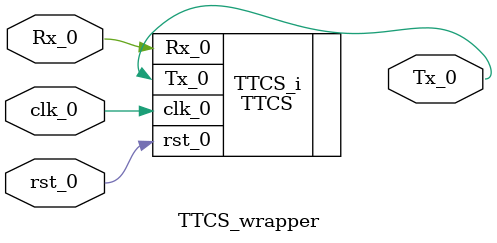
<source format=v>
`timescale 1 ps / 1 ps

module TTCS_wrapper
   (Rx_0,
    Tx_0,
    clk_0,
    rst_0);
  input Rx_0;
  output Tx_0;
  input clk_0;
  input rst_0;

  wire Rx_0;
  wire Tx_0;
  wire clk_0;
  wire rst_0;

  TTCS TTCS_i
       (.Rx_0(Rx_0),
        .Tx_0(Tx_0),
        .clk_0(clk_0),
        .rst_0(rst_0));
endmodule

</source>
